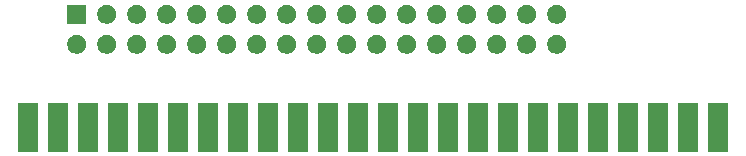
<source format=gts>
G04 #@! TF.GenerationSoftware,KiCad,Pcbnew,5.0.2+dfsg1-1*
G04 #@! TF.CreationDate,2020-11-21T11:39:02+01:00*
G04 #@! TF.ProjectId,KBD_ADAPTER_XE,4b42445f-4144-4415-9054-45525f58452e,1.0*
G04 #@! TF.SameCoordinates,Original*
G04 #@! TF.FileFunction,Soldermask,Top*
G04 #@! TF.FilePolarity,Negative*
%FSLAX46Y46*%
G04 Gerber Fmt 4.6, Leading zero omitted, Abs format (unit mm)*
G04 Created by KiCad (PCBNEW 5.0.2+dfsg1-1) date Sat 21 Nov 2020 11:39:02 AM CET*
%MOMM*%
%LPD*%
G01*
G04 APERTURE LIST*
%ADD10C,0.100000*%
G04 APERTURE END LIST*
D10*
G36*
X174088000Y-111901000D02*
X172462000Y-111901000D01*
X172462000Y-107799000D01*
X174088000Y-107799000D01*
X174088000Y-111901000D01*
X174088000Y-111901000D01*
G37*
G36*
X143608000Y-111901000D02*
X141982000Y-111901000D01*
X141982000Y-107799000D01*
X143608000Y-107799000D01*
X143608000Y-111901000D01*
X143608000Y-111901000D01*
G37*
G36*
X115668000Y-111901000D02*
X114042000Y-111901000D01*
X114042000Y-107799000D01*
X115668000Y-107799000D01*
X115668000Y-111901000D01*
X115668000Y-111901000D01*
G37*
G36*
X118208000Y-111901000D02*
X116582000Y-111901000D01*
X116582000Y-107799000D01*
X118208000Y-107799000D01*
X118208000Y-111901000D01*
X118208000Y-111901000D01*
G37*
G36*
X120748000Y-111901000D02*
X119122000Y-111901000D01*
X119122000Y-107799000D01*
X120748000Y-107799000D01*
X120748000Y-111901000D01*
X120748000Y-111901000D01*
G37*
G36*
X123288000Y-111901000D02*
X121662000Y-111901000D01*
X121662000Y-107799000D01*
X123288000Y-107799000D01*
X123288000Y-111901000D01*
X123288000Y-111901000D01*
G37*
G36*
X125828000Y-111901000D02*
X124202000Y-111901000D01*
X124202000Y-107799000D01*
X125828000Y-107799000D01*
X125828000Y-111901000D01*
X125828000Y-111901000D01*
G37*
G36*
X128368000Y-111901000D02*
X126742000Y-111901000D01*
X126742000Y-107799000D01*
X128368000Y-107799000D01*
X128368000Y-111901000D01*
X128368000Y-111901000D01*
G37*
G36*
X130908000Y-111901000D02*
X129282000Y-111901000D01*
X129282000Y-107799000D01*
X130908000Y-107799000D01*
X130908000Y-111901000D01*
X130908000Y-111901000D01*
G37*
G36*
X133448000Y-111901000D02*
X131822000Y-111901000D01*
X131822000Y-107799000D01*
X133448000Y-107799000D01*
X133448000Y-111901000D01*
X133448000Y-111901000D01*
G37*
G36*
X135988000Y-111901000D02*
X134362000Y-111901000D01*
X134362000Y-107799000D01*
X135988000Y-107799000D01*
X135988000Y-111901000D01*
X135988000Y-111901000D01*
G37*
G36*
X138528000Y-111901000D02*
X136902000Y-111901000D01*
X136902000Y-107799000D01*
X138528000Y-107799000D01*
X138528000Y-111901000D01*
X138528000Y-111901000D01*
G37*
G36*
X141068000Y-111901000D02*
X139442000Y-111901000D01*
X139442000Y-107799000D01*
X141068000Y-107799000D01*
X141068000Y-111901000D01*
X141068000Y-111901000D01*
G37*
G36*
X148688000Y-111901000D02*
X147062000Y-111901000D01*
X147062000Y-107799000D01*
X148688000Y-107799000D01*
X148688000Y-111901000D01*
X148688000Y-111901000D01*
G37*
G36*
X171548000Y-111901000D02*
X169922000Y-111901000D01*
X169922000Y-107799000D01*
X171548000Y-107799000D01*
X171548000Y-111901000D01*
X171548000Y-111901000D01*
G37*
G36*
X169008000Y-111901000D02*
X167382000Y-111901000D01*
X167382000Y-107799000D01*
X169008000Y-107799000D01*
X169008000Y-111901000D01*
X169008000Y-111901000D01*
G37*
G36*
X166468000Y-111901000D02*
X164842000Y-111901000D01*
X164842000Y-107799000D01*
X166468000Y-107799000D01*
X166468000Y-111901000D01*
X166468000Y-111901000D01*
G37*
G36*
X163928000Y-111901000D02*
X162302000Y-111901000D01*
X162302000Y-107799000D01*
X163928000Y-107799000D01*
X163928000Y-111901000D01*
X163928000Y-111901000D01*
G37*
G36*
X161388000Y-111901000D02*
X159762000Y-111901000D01*
X159762000Y-107799000D01*
X161388000Y-107799000D01*
X161388000Y-111901000D01*
X161388000Y-111901000D01*
G37*
G36*
X158848000Y-111901000D02*
X157222000Y-111901000D01*
X157222000Y-107799000D01*
X158848000Y-107799000D01*
X158848000Y-111901000D01*
X158848000Y-111901000D01*
G37*
G36*
X156308000Y-111901000D02*
X154682000Y-111901000D01*
X154682000Y-107799000D01*
X156308000Y-107799000D01*
X156308000Y-111901000D01*
X156308000Y-111901000D01*
G37*
G36*
X153768000Y-111901000D02*
X152142000Y-111901000D01*
X152142000Y-107799000D01*
X153768000Y-107799000D01*
X153768000Y-111901000D01*
X153768000Y-111901000D01*
G37*
G36*
X151228000Y-111901000D02*
X149602000Y-111901000D01*
X149602000Y-107799000D01*
X151228000Y-107799000D01*
X151228000Y-111901000D01*
X151228000Y-111901000D01*
G37*
G36*
X146148000Y-111901000D02*
X144522000Y-111901000D01*
X144522000Y-107799000D01*
X146148000Y-107799000D01*
X146148000Y-111901000D01*
X146148000Y-111901000D01*
G37*
G36*
X119236560Y-102010166D02*
X119384153Y-102071301D01*
X119515213Y-102158873D01*
X119516985Y-102160057D01*
X119629943Y-102273015D01*
X119718700Y-102405849D01*
X119779834Y-102553440D01*
X119811000Y-102710122D01*
X119811000Y-102869878D01*
X119779834Y-103026560D01*
X119718700Y-103174151D01*
X119629943Y-103306985D01*
X119516985Y-103419943D01*
X119516982Y-103419945D01*
X119384153Y-103508699D01*
X119384152Y-103508700D01*
X119384151Y-103508700D01*
X119236560Y-103569834D01*
X119079878Y-103601000D01*
X118920122Y-103601000D01*
X118763440Y-103569834D01*
X118615849Y-103508700D01*
X118615848Y-103508700D01*
X118615847Y-103508699D01*
X118483018Y-103419945D01*
X118483015Y-103419943D01*
X118370057Y-103306985D01*
X118281300Y-103174151D01*
X118220166Y-103026560D01*
X118189000Y-102869878D01*
X118189000Y-102710122D01*
X118220166Y-102553440D01*
X118281300Y-102405849D01*
X118370057Y-102273015D01*
X118483015Y-102160057D01*
X118484787Y-102158873D01*
X118615847Y-102071301D01*
X118763440Y-102010166D01*
X118920122Y-101979000D01*
X119079878Y-101979000D01*
X119236560Y-102010166D01*
X119236560Y-102010166D01*
G37*
G36*
X121776560Y-102010166D02*
X121924153Y-102071301D01*
X122055213Y-102158873D01*
X122056985Y-102160057D01*
X122169943Y-102273015D01*
X122258700Y-102405849D01*
X122319834Y-102553440D01*
X122351000Y-102710122D01*
X122351000Y-102869878D01*
X122319834Y-103026560D01*
X122258700Y-103174151D01*
X122169943Y-103306985D01*
X122056985Y-103419943D01*
X122056982Y-103419945D01*
X121924153Y-103508699D01*
X121924152Y-103508700D01*
X121924151Y-103508700D01*
X121776560Y-103569834D01*
X121619878Y-103601000D01*
X121460122Y-103601000D01*
X121303440Y-103569834D01*
X121155849Y-103508700D01*
X121155848Y-103508700D01*
X121155847Y-103508699D01*
X121023018Y-103419945D01*
X121023015Y-103419943D01*
X120910057Y-103306985D01*
X120821300Y-103174151D01*
X120760166Y-103026560D01*
X120729000Y-102869878D01*
X120729000Y-102710122D01*
X120760166Y-102553440D01*
X120821300Y-102405849D01*
X120910057Y-102273015D01*
X121023015Y-102160057D01*
X121024787Y-102158873D01*
X121155847Y-102071301D01*
X121303440Y-102010166D01*
X121460122Y-101979000D01*
X121619878Y-101979000D01*
X121776560Y-102010166D01*
X121776560Y-102010166D01*
G37*
G36*
X124316560Y-102010166D02*
X124464153Y-102071301D01*
X124595213Y-102158873D01*
X124596985Y-102160057D01*
X124709943Y-102273015D01*
X124798700Y-102405849D01*
X124859834Y-102553440D01*
X124891000Y-102710122D01*
X124891000Y-102869878D01*
X124859834Y-103026560D01*
X124798700Y-103174151D01*
X124709943Y-103306985D01*
X124596985Y-103419943D01*
X124596982Y-103419945D01*
X124464153Y-103508699D01*
X124464152Y-103508700D01*
X124464151Y-103508700D01*
X124316560Y-103569834D01*
X124159878Y-103601000D01*
X124000122Y-103601000D01*
X123843440Y-103569834D01*
X123695849Y-103508700D01*
X123695848Y-103508700D01*
X123695847Y-103508699D01*
X123563018Y-103419945D01*
X123563015Y-103419943D01*
X123450057Y-103306985D01*
X123361300Y-103174151D01*
X123300166Y-103026560D01*
X123269000Y-102869878D01*
X123269000Y-102710122D01*
X123300166Y-102553440D01*
X123361300Y-102405849D01*
X123450057Y-102273015D01*
X123563015Y-102160057D01*
X123564787Y-102158873D01*
X123695847Y-102071301D01*
X123843440Y-102010166D01*
X124000122Y-101979000D01*
X124159878Y-101979000D01*
X124316560Y-102010166D01*
X124316560Y-102010166D01*
G37*
G36*
X126856560Y-102010166D02*
X127004153Y-102071301D01*
X127135213Y-102158873D01*
X127136985Y-102160057D01*
X127249943Y-102273015D01*
X127338700Y-102405849D01*
X127399834Y-102553440D01*
X127431000Y-102710122D01*
X127431000Y-102869878D01*
X127399834Y-103026560D01*
X127338700Y-103174151D01*
X127249943Y-103306985D01*
X127136985Y-103419943D01*
X127136982Y-103419945D01*
X127004153Y-103508699D01*
X127004152Y-103508700D01*
X127004151Y-103508700D01*
X126856560Y-103569834D01*
X126699878Y-103601000D01*
X126540122Y-103601000D01*
X126383440Y-103569834D01*
X126235849Y-103508700D01*
X126235848Y-103508700D01*
X126235847Y-103508699D01*
X126103018Y-103419945D01*
X126103015Y-103419943D01*
X125990057Y-103306985D01*
X125901300Y-103174151D01*
X125840166Y-103026560D01*
X125809000Y-102869878D01*
X125809000Y-102710122D01*
X125840166Y-102553440D01*
X125901300Y-102405849D01*
X125990057Y-102273015D01*
X126103015Y-102160057D01*
X126104787Y-102158873D01*
X126235847Y-102071301D01*
X126383440Y-102010166D01*
X126540122Y-101979000D01*
X126699878Y-101979000D01*
X126856560Y-102010166D01*
X126856560Y-102010166D01*
G37*
G36*
X129396560Y-102010166D02*
X129544153Y-102071301D01*
X129675213Y-102158873D01*
X129676985Y-102160057D01*
X129789943Y-102273015D01*
X129878700Y-102405849D01*
X129939834Y-102553440D01*
X129971000Y-102710122D01*
X129971000Y-102869878D01*
X129939834Y-103026560D01*
X129878700Y-103174151D01*
X129789943Y-103306985D01*
X129676985Y-103419943D01*
X129676982Y-103419945D01*
X129544153Y-103508699D01*
X129544152Y-103508700D01*
X129544151Y-103508700D01*
X129396560Y-103569834D01*
X129239878Y-103601000D01*
X129080122Y-103601000D01*
X128923440Y-103569834D01*
X128775849Y-103508700D01*
X128775848Y-103508700D01*
X128775847Y-103508699D01*
X128643018Y-103419945D01*
X128643015Y-103419943D01*
X128530057Y-103306985D01*
X128441300Y-103174151D01*
X128380166Y-103026560D01*
X128349000Y-102869878D01*
X128349000Y-102710122D01*
X128380166Y-102553440D01*
X128441300Y-102405849D01*
X128530057Y-102273015D01*
X128643015Y-102160057D01*
X128644787Y-102158873D01*
X128775847Y-102071301D01*
X128923440Y-102010166D01*
X129080122Y-101979000D01*
X129239878Y-101979000D01*
X129396560Y-102010166D01*
X129396560Y-102010166D01*
G37*
G36*
X147176560Y-102010166D02*
X147324153Y-102071301D01*
X147455213Y-102158873D01*
X147456985Y-102160057D01*
X147569943Y-102273015D01*
X147658700Y-102405849D01*
X147719834Y-102553440D01*
X147751000Y-102710122D01*
X147751000Y-102869878D01*
X147719834Y-103026560D01*
X147658700Y-103174151D01*
X147569943Y-103306985D01*
X147456985Y-103419943D01*
X147456982Y-103419945D01*
X147324153Y-103508699D01*
X147324152Y-103508700D01*
X147324151Y-103508700D01*
X147176560Y-103569834D01*
X147019878Y-103601000D01*
X146860122Y-103601000D01*
X146703440Y-103569834D01*
X146555849Y-103508700D01*
X146555848Y-103508700D01*
X146555847Y-103508699D01*
X146423018Y-103419945D01*
X146423015Y-103419943D01*
X146310057Y-103306985D01*
X146221300Y-103174151D01*
X146160166Y-103026560D01*
X146129000Y-102869878D01*
X146129000Y-102710122D01*
X146160166Y-102553440D01*
X146221300Y-102405849D01*
X146310057Y-102273015D01*
X146423015Y-102160057D01*
X146424787Y-102158873D01*
X146555847Y-102071301D01*
X146703440Y-102010166D01*
X146860122Y-101979000D01*
X147019878Y-101979000D01*
X147176560Y-102010166D01*
X147176560Y-102010166D01*
G37*
G36*
X131936560Y-102010166D02*
X132084153Y-102071301D01*
X132215213Y-102158873D01*
X132216985Y-102160057D01*
X132329943Y-102273015D01*
X132418700Y-102405849D01*
X132479834Y-102553440D01*
X132511000Y-102710122D01*
X132511000Y-102869878D01*
X132479834Y-103026560D01*
X132418700Y-103174151D01*
X132329943Y-103306985D01*
X132216985Y-103419943D01*
X132216982Y-103419945D01*
X132084153Y-103508699D01*
X132084152Y-103508700D01*
X132084151Y-103508700D01*
X131936560Y-103569834D01*
X131779878Y-103601000D01*
X131620122Y-103601000D01*
X131463440Y-103569834D01*
X131315849Y-103508700D01*
X131315848Y-103508700D01*
X131315847Y-103508699D01*
X131183018Y-103419945D01*
X131183015Y-103419943D01*
X131070057Y-103306985D01*
X130981300Y-103174151D01*
X130920166Y-103026560D01*
X130889000Y-102869878D01*
X130889000Y-102710122D01*
X130920166Y-102553440D01*
X130981300Y-102405849D01*
X131070057Y-102273015D01*
X131183015Y-102160057D01*
X131184787Y-102158873D01*
X131315847Y-102071301D01*
X131463440Y-102010166D01*
X131620122Y-101979000D01*
X131779878Y-101979000D01*
X131936560Y-102010166D01*
X131936560Y-102010166D01*
G37*
G36*
X134476560Y-102010166D02*
X134624153Y-102071301D01*
X134755213Y-102158873D01*
X134756985Y-102160057D01*
X134869943Y-102273015D01*
X134958700Y-102405849D01*
X135019834Y-102553440D01*
X135051000Y-102710122D01*
X135051000Y-102869878D01*
X135019834Y-103026560D01*
X134958700Y-103174151D01*
X134869943Y-103306985D01*
X134756985Y-103419943D01*
X134756982Y-103419945D01*
X134624153Y-103508699D01*
X134624152Y-103508700D01*
X134624151Y-103508700D01*
X134476560Y-103569834D01*
X134319878Y-103601000D01*
X134160122Y-103601000D01*
X134003440Y-103569834D01*
X133855849Y-103508700D01*
X133855848Y-103508700D01*
X133855847Y-103508699D01*
X133723018Y-103419945D01*
X133723015Y-103419943D01*
X133610057Y-103306985D01*
X133521300Y-103174151D01*
X133460166Y-103026560D01*
X133429000Y-102869878D01*
X133429000Y-102710122D01*
X133460166Y-102553440D01*
X133521300Y-102405849D01*
X133610057Y-102273015D01*
X133723015Y-102160057D01*
X133724787Y-102158873D01*
X133855847Y-102071301D01*
X134003440Y-102010166D01*
X134160122Y-101979000D01*
X134319878Y-101979000D01*
X134476560Y-102010166D01*
X134476560Y-102010166D01*
G37*
G36*
X137016560Y-102010166D02*
X137164153Y-102071301D01*
X137295213Y-102158873D01*
X137296985Y-102160057D01*
X137409943Y-102273015D01*
X137498700Y-102405849D01*
X137559834Y-102553440D01*
X137591000Y-102710122D01*
X137591000Y-102869878D01*
X137559834Y-103026560D01*
X137498700Y-103174151D01*
X137409943Y-103306985D01*
X137296985Y-103419943D01*
X137296982Y-103419945D01*
X137164153Y-103508699D01*
X137164152Y-103508700D01*
X137164151Y-103508700D01*
X137016560Y-103569834D01*
X136859878Y-103601000D01*
X136700122Y-103601000D01*
X136543440Y-103569834D01*
X136395849Y-103508700D01*
X136395848Y-103508700D01*
X136395847Y-103508699D01*
X136263018Y-103419945D01*
X136263015Y-103419943D01*
X136150057Y-103306985D01*
X136061300Y-103174151D01*
X136000166Y-103026560D01*
X135969000Y-102869878D01*
X135969000Y-102710122D01*
X136000166Y-102553440D01*
X136061300Y-102405849D01*
X136150057Y-102273015D01*
X136263015Y-102160057D01*
X136264787Y-102158873D01*
X136395847Y-102071301D01*
X136543440Y-102010166D01*
X136700122Y-101979000D01*
X136859878Y-101979000D01*
X137016560Y-102010166D01*
X137016560Y-102010166D01*
G37*
G36*
X142096560Y-102010166D02*
X142244153Y-102071301D01*
X142375213Y-102158873D01*
X142376985Y-102160057D01*
X142489943Y-102273015D01*
X142578700Y-102405849D01*
X142639834Y-102553440D01*
X142671000Y-102710122D01*
X142671000Y-102869878D01*
X142639834Y-103026560D01*
X142578700Y-103174151D01*
X142489943Y-103306985D01*
X142376985Y-103419943D01*
X142376982Y-103419945D01*
X142244153Y-103508699D01*
X142244152Y-103508700D01*
X142244151Y-103508700D01*
X142096560Y-103569834D01*
X141939878Y-103601000D01*
X141780122Y-103601000D01*
X141623440Y-103569834D01*
X141475849Y-103508700D01*
X141475848Y-103508700D01*
X141475847Y-103508699D01*
X141343018Y-103419945D01*
X141343015Y-103419943D01*
X141230057Y-103306985D01*
X141141300Y-103174151D01*
X141080166Y-103026560D01*
X141049000Y-102869878D01*
X141049000Y-102710122D01*
X141080166Y-102553440D01*
X141141300Y-102405849D01*
X141230057Y-102273015D01*
X141343015Y-102160057D01*
X141344787Y-102158873D01*
X141475847Y-102071301D01*
X141623440Y-102010166D01*
X141780122Y-101979000D01*
X141939878Y-101979000D01*
X142096560Y-102010166D01*
X142096560Y-102010166D01*
G37*
G36*
X144636560Y-102010166D02*
X144784153Y-102071301D01*
X144915213Y-102158873D01*
X144916985Y-102160057D01*
X145029943Y-102273015D01*
X145118700Y-102405849D01*
X145179834Y-102553440D01*
X145211000Y-102710122D01*
X145211000Y-102869878D01*
X145179834Y-103026560D01*
X145118700Y-103174151D01*
X145029943Y-103306985D01*
X144916985Y-103419943D01*
X144916982Y-103419945D01*
X144784153Y-103508699D01*
X144784152Y-103508700D01*
X144784151Y-103508700D01*
X144636560Y-103569834D01*
X144479878Y-103601000D01*
X144320122Y-103601000D01*
X144163440Y-103569834D01*
X144015849Y-103508700D01*
X144015848Y-103508700D01*
X144015847Y-103508699D01*
X143883018Y-103419945D01*
X143883015Y-103419943D01*
X143770057Y-103306985D01*
X143681300Y-103174151D01*
X143620166Y-103026560D01*
X143589000Y-102869878D01*
X143589000Y-102710122D01*
X143620166Y-102553440D01*
X143681300Y-102405849D01*
X143770057Y-102273015D01*
X143883015Y-102160057D01*
X143884787Y-102158873D01*
X144015847Y-102071301D01*
X144163440Y-102010166D01*
X144320122Y-101979000D01*
X144479878Y-101979000D01*
X144636560Y-102010166D01*
X144636560Y-102010166D01*
G37*
G36*
X149716560Y-102010166D02*
X149864153Y-102071301D01*
X149995213Y-102158873D01*
X149996985Y-102160057D01*
X150109943Y-102273015D01*
X150198700Y-102405849D01*
X150259834Y-102553440D01*
X150291000Y-102710122D01*
X150291000Y-102869878D01*
X150259834Y-103026560D01*
X150198700Y-103174151D01*
X150109943Y-103306985D01*
X149996985Y-103419943D01*
X149996982Y-103419945D01*
X149864153Y-103508699D01*
X149864152Y-103508700D01*
X149864151Y-103508700D01*
X149716560Y-103569834D01*
X149559878Y-103601000D01*
X149400122Y-103601000D01*
X149243440Y-103569834D01*
X149095849Y-103508700D01*
X149095848Y-103508700D01*
X149095847Y-103508699D01*
X148963018Y-103419945D01*
X148963015Y-103419943D01*
X148850057Y-103306985D01*
X148761300Y-103174151D01*
X148700166Y-103026560D01*
X148669000Y-102869878D01*
X148669000Y-102710122D01*
X148700166Y-102553440D01*
X148761300Y-102405849D01*
X148850057Y-102273015D01*
X148963015Y-102160057D01*
X148964787Y-102158873D01*
X149095847Y-102071301D01*
X149243440Y-102010166D01*
X149400122Y-101979000D01*
X149559878Y-101979000D01*
X149716560Y-102010166D01*
X149716560Y-102010166D01*
G37*
G36*
X152256560Y-102010166D02*
X152404153Y-102071301D01*
X152535213Y-102158873D01*
X152536985Y-102160057D01*
X152649943Y-102273015D01*
X152738700Y-102405849D01*
X152799834Y-102553440D01*
X152831000Y-102710122D01*
X152831000Y-102869878D01*
X152799834Y-103026560D01*
X152738700Y-103174151D01*
X152649943Y-103306985D01*
X152536985Y-103419943D01*
X152536982Y-103419945D01*
X152404153Y-103508699D01*
X152404152Y-103508700D01*
X152404151Y-103508700D01*
X152256560Y-103569834D01*
X152099878Y-103601000D01*
X151940122Y-103601000D01*
X151783440Y-103569834D01*
X151635849Y-103508700D01*
X151635848Y-103508700D01*
X151635847Y-103508699D01*
X151503018Y-103419945D01*
X151503015Y-103419943D01*
X151390057Y-103306985D01*
X151301300Y-103174151D01*
X151240166Y-103026560D01*
X151209000Y-102869878D01*
X151209000Y-102710122D01*
X151240166Y-102553440D01*
X151301300Y-102405849D01*
X151390057Y-102273015D01*
X151503015Y-102160057D01*
X151504787Y-102158873D01*
X151635847Y-102071301D01*
X151783440Y-102010166D01*
X151940122Y-101979000D01*
X152099878Y-101979000D01*
X152256560Y-102010166D01*
X152256560Y-102010166D01*
G37*
G36*
X154796560Y-102010166D02*
X154944153Y-102071301D01*
X155075213Y-102158873D01*
X155076985Y-102160057D01*
X155189943Y-102273015D01*
X155278700Y-102405849D01*
X155339834Y-102553440D01*
X155371000Y-102710122D01*
X155371000Y-102869878D01*
X155339834Y-103026560D01*
X155278700Y-103174151D01*
X155189943Y-103306985D01*
X155076985Y-103419943D01*
X155076982Y-103419945D01*
X154944153Y-103508699D01*
X154944152Y-103508700D01*
X154944151Y-103508700D01*
X154796560Y-103569834D01*
X154639878Y-103601000D01*
X154480122Y-103601000D01*
X154323440Y-103569834D01*
X154175849Y-103508700D01*
X154175848Y-103508700D01*
X154175847Y-103508699D01*
X154043018Y-103419945D01*
X154043015Y-103419943D01*
X153930057Y-103306985D01*
X153841300Y-103174151D01*
X153780166Y-103026560D01*
X153749000Y-102869878D01*
X153749000Y-102710122D01*
X153780166Y-102553440D01*
X153841300Y-102405849D01*
X153930057Y-102273015D01*
X154043015Y-102160057D01*
X154044787Y-102158873D01*
X154175847Y-102071301D01*
X154323440Y-102010166D01*
X154480122Y-101979000D01*
X154639878Y-101979000D01*
X154796560Y-102010166D01*
X154796560Y-102010166D01*
G37*
G36*
X159876560Y-102010166D02*
X160024153Y-102071301D01*
X160155213Y-102158873D01*
X160156985Y-102160057D01*
X160269943Y-102273015D01*
X160358700Y-102405849D01*
X160419834Y-102553440D01*
X160451000Y-102710122D01*
X160451000Y-102869878D01*
X160419834Y-103026560D01*
X160358700Y-103174151D01*
X160269943Y-103306985D01*
X160156985Y-103419943D01*
X160156982Y-103419945D01*
X160024153Y-103508699D01*
X160024152Y-103508700D01*
X160024151Y-103508700D01*
X159876560Y-103569834D01*
X159719878Y-103601000D01*
X159560122Y-103601000D01*
X159403440Y-103569834D01*
X159255849Y-103508700D01*
X159255848Y-103508700D01*
X159255847Y-103508699D01*
X159123018Y-103419945D01*
X159123015Y-103419943D01*
X159010057Y-103306985D01*
X158921300Y-103174151D01*
X158860166Y-103026560D01*
X158829000Y-102869878D01*
X158829000Y-102710122D01*
X158860166Y-102553440D01*
X158921300Y-102405849D01*
X159010057Y-102273015D01*
X159123015Y-102160057D01*
X159124787Y-102158873D01*
X159255847Y-102071301D01*
X159403440Y-102010166D01*
X159560122Y-101979000D01*
X159719878Y-101979000D01*
X159876560Y-102010166D01*
X159876560Y-102010166D01*
G37*
G36*
X157336560Y-102010166D02*
X157484153Y-102071301D01*
X157615213Y-102158873D01*
X157616985Y-102160057D01*
X157729943Y-102273015D01*
X157818700Y-102405849D01*
X157879834Y-102553440D01*
X157911000Y-102710122D01*
X157911000Y-102869878D01*
X157879834Y-103026560D01*
X157818700Y-103174151D01*
X157729943Y-103306985D01*
X157616985Y-103419943D01*
X157616982Y-103419945D01*
X157484153Y-103508699D01*
X157484152Y-103508700D01*
X157484151Y-103508700D01*
X157336560Y-103569834D01*
X157179878Y-103601000D01*
X157020122Y-103601000D01*
X156863440Y-103569834D01*
X156715849Y-103508700D01*
X156715848Y-103508700D01*
X156715847Y-103508699D01*
X156583018Y-103419945D01*
X156583015Y-103419943D01*
X156470057Y-103306985D01*
X156381300Y-103174151D01*
X156320166Y-103026560D01*
X156289000Y-102869878D01*
X156289000Y-102710122D01*
X156320166Y-102553440D01*
X156381300Y-102405849D01*
X156470057Y-102273015D01*
X156583015Y-102160057D01*
X156584787Y-102158873D01*
X156715847Y-102071301D01*
X156863440Y-102010166D01*
X157020122Y-101979000D01*
X157179878Y-101979000D01*
X157336560Y-102010166D01*
X157336560Y-102010166D01*
G37*
G36*
X139556560Y-102010166D02*
X139704153Y-102071301D01*
X139835213Y-102158873D01*
X139836985Y-102160057D01*
X139949943Y-102273015D01*
X140038700Y-102405849D01*
X140099834Y-102553440D01*
X140131000Y-102710122D01*
X140131000Y-102869878D01*
X140099834Y-103026560D01*
X140038700Y-103174151D01*
X139949943Y-103306985D01*
X139836985Y-103419943D01*
X139836982Y-103419945D01*
X139704153Y-103508699D01*
X139704152Y-103508700D01*
X139704151Y-103508700D01*
X139556560Y-103569834D01*
X139399878Y-103601000D01*
X139240122Y-103601000D01*
X139083440Y-103569834D01*
X138935849Y-103508700D01*
X138935848Y-103508700D01*
X138935847Y-103508699D01*
X138803018Y-103419945D01*
X138803015Y-103419943D01*
X138690057Y-103306985D01*
X138601300Y-103174151D01*
X138540166Y-103026560D01*
X138509000Y-102869878D01*
X138509000Y-102710122D01*
X138540166Y-102553440D01*
X138601300Y-102405849D01*
X138690057Y-102273015D01*
X138803015Y-102160057D01*
X138804787Y-102158873D01*
X138935847Y-102071301D01*
X139083440Y-102010166D01*
X139240122Y-101979000D01*
X139399878Y-101979000D01*
X139556560Y-102010166D01*
X139556560Y-102010166D01*
G37*
G36*
X119811000Y-101061000D02*
X118189000Y-101061000D01*
X118189000Y-99439000D01*
X119811000Y-99439000D01*
X119811000Y-101061000D01*
X119811000Y-101061000D01*
G37*
G36*
X159876560Y-99470166D02*
X160024153Y-99531301D01*
X160155213Y-99618873D01*
X160156985Y-99620057D01*
X160269943Y-99733015D01*
X160358700Y-99865849D01*
X160419834Y-100013440D01*
X160451000Y-100170122D01*
X160451000Y-100329878D01*
X160419834Y-100486560D01*
X160358700Y-100634151D01*
X160269943Y-100766985D01*
X160156985Y-100879943D01*
X160156982Y-100879945D01*
X160024153Y-100968699D01*
X160024152Y-100968700D01*
X160024151Y-100968700D01*
X159876560Y-101029834D01*
X159719878Y-101061000D01*
X159560122Y-101061000D01*
X159403440Y-101029834D01*
X159255849Y-100968700D01*
X159255848Y-100968700D01*
X159255847Y-100968699D01*
X159123018Y-100879945D01*
X159123015Y-100879943D01*
X159010057Y-100766985D01*
X158921300Y-100634151D01*
X158860166Y-100486560D01*
X158829000Y-100329878D01*
X158829000Y-100170122D01*
X158860166Y-100013440D01*
X158921300Y-99865849D01*
X159010057Y-99733015D01*
X159123015Y-99620057D01*
X159124787Y-99618873D01*
X159255847Y-99531301D01*
X159403440Y-99470166D01*
X159560122Y-99439000D01*
X159719878Y-99439000D01*
X159876560Y-99470166D01*
X159876560Y-99470166D01*
G37*
G36*
X121776560Y-99470166D02*
X121924153Y-99531301D01*
X122055213Y-99618873D01*
X122056985Y-99620057D01*
X122169943Y-99733015D01*
X122258700Y-99865849D01*
X122319834Y-100013440D01*
X122351000Y-100170122D01*
X122351000Y-100329878D01*
X122319834Y-100486560D01*
X122258700Y-100634151D01*
X122169943Y-100766985D01*
X122056985Y-100879943D01*
X122056982Y-100879945D01*
X121924153Y-100968699D01*
X121924152Y-100968700D01*
X121924151Y-100968700D01*
X121776560Y-101029834D01*
X121619878Y-101061000D01*
X121460122Y-101061000D01*
X121303440Y-101029834D01*
X121155849Y-100968700D01*
X121155848Y-100968700D01*
X121155847Y-100968699D01*
X121023018Y-100879945D01*
X121023015Y-100879943D01*
X120910057Y-100766985D01*
X120821300Y-100634151D01*
X120760166Y-100486560D01*
X120729000Y-100329878D01*
X120729000Y-100170122D01*
X120760166Y-100013440D01*
X120821300Y-99865849D01*
X120910057Y-99733015D01*
X121023015Y-99620057D01*
X121024787Y-99618873D01*
X121155847Y-99531301D01*
X121303440Y-99470166D01*
X121460122Y-99439000D01*
X121619878Y-99439000D01*
X121776560Y-99470166D01*
X121776560Y-99470166D01*
G37*
G36*
X157336560Y-99470166D02*
X157484153Y-99531301D01*
X157615213Y-99618873D01*
X157616985Y-99620057D01*
X157729943Y-99733015D01*
X157818700Y-99865849D01*
X157879834Y-100013440D01*
X157911000Y-100170122D01*
X157911000Y-100329878D01*
X157879834Y-100486560D01*
X157818700Y-100634151D01*
X157729943Y-100766985D01*
X157616985Y-100879943D01*
X157616982Y-100879945D01*
X157484153Y-100968699D01*
X157484152Y-100968700D01*
X157484151Y-100968700D01*
X157336560Y-101029834D01*
X157179878Y-101061000D01*
X157020122Y-101061000D01*
X156863440Y-101029834D01*
X156715849Y-100968700D01*
X156715848Y-100968700D01*
X156715847Y-100968699D01*
X156583018Y-100879945D01*
X156583015Y-100879943D01*
X156470057Y-100766985D01*
X156381300Y-100634151D01*
X156320166Y-100486560D01*
X156289000Y-100329878D01*
X156289000Y-100170122D01*
X156320166Y-100013440D01*
X156381300Y-99865849D01*
X156470057Y-99733015D01*
X156583015Y-99620057D01*
X156584787Y-99618873D01*
X156715847Y-99531301D01*
X156863440Y-99470166D01*
X157020122Y-99439000D01*
X157179878Y-99439000D01*
X157336560Y-99470166D01*
X157336560Y-99470166D01*
G37*
G36*
X124316560Y-99470166D02*
X124464153Y-99531301D01*
X124595213Y-99618873D01*
X124596985Y-99620057D01*
X124709943Y-99733015D01*
X124798700Y-99865849D01*
X124859834Y-100013440D01*
X124891000Y-100170122D01*
X124891000Y-100329878D01*
X124859834Y-100486560D01*
X124798700Y-100634151D01*
X124709943Y-100766985D01*
X124596985Y-100879943D01*
X124596982Y-100879945D01*
X124464153Y-100968699D01*
X124464152Y-100968700D01*
X124464151Y-100968700D01*
X124316560Y-101029834D01*
X124159878Y-101061000D01*
X124000122Y-101061000D01*
X123843440Y-101029834D01*
X123695849Y-100968700D01*
X123695848Y-100968700D01*
X123695847Y-100968699D01*
X123563018Y-100879945D01*
X123563015Y-100879943D01*
X123450057Y-100766985D01*
X123361300Y-100634151D01*
X123300166Y-100486560D01*
X123269000Y-100329878D01*
X123269000Y-100170122D01*
X123300166Y-100013440D01*
X123361300Y-99865849D01*
X123450057Y-99733015D01*
X123563015Y-99620057D01*
X123564787Y-99618873D01*
X123695847Y-99531301D01*
X123843440Y-99470166D01*
X124000122Y-99439000D01*
X124159878Y-99439000D01*
X124316560Y-99470166D01*
X124316560Y-99470166D01*
G37*
G36*
X154796560Y-99470166D02*
X154944153Y-99531301D01*
X155075213Y-99618873D01*
X155076985Y-99620057D01*
X155189943Y-99733015D01*
X155278700Y-99865849D01*
X155339834Y-100013440D01*
X155371000Y-100170122D01*
X155371000Y-100329878D01*
X155339834Y-100486560D01*
X155278700Y-100634151D01*
X155189943Y-100766985D01*
X155076985Y-100879943D01*
X155076982Y-100879945D01*
X154944153Y-100968699D01*
X154944152Y-100968700D01*
X154944151Y-100968700D01*
X154796560Y-101029834D01*
X154639878Y-101061000D01*
X154480122Y-101061000D01*
X154323440Y-101029834D01*
X154175849Y-100968700D01*
X154175848Y-100968700D01*
X154175847Y-100968699D01*
X154043018Y-100879945D01*
X154043015Y-100879943D01*
X153930057Y-100766985D01*
X153841300Y-100634151D01*
X153780166Y-100486560D01*
X153749000Y-100329878D01*
X153749000Y-100170122D01*
X153780166Y-100013440D01*
X153841300Y-99865849D01*
X153930057Y-99733015D01*
X154043015Y-99620057D01*
X154044787Y-99618873D01*
X154175847Y-99531301D01*
X154323440Y-99470166D01*
X154480122Y-99439000D01*
X154639878Y-99439000D01*
X154796560Y-99470166D01*
X154796560Y-99470166D01*
G37*
G36*
X126856560Y-99470166D02*
X127004153Y-99531301D01*
X127135213Y-99618873D01*
X127136985Y-99620057D01*
X127249943Y-99733015D01*
X127338700Y-99865849D01*
X127399834Y-100013440D01*
X127431000Y-100170122D01*
X127431000Y-100329878D01*
X127399834Y-100486560D01*
X127338700Y-100634151D01*
X127249943Y-100766985D01*
X127136985Y-100879943D01*
X127136982Y-100879945D01*
X127004153Y-100968699D01*
X127004152Y-100968700D01*
X127004151Y-100968700D01*
X126856560Y-101029834D01*
X126699878Y-101061000D01*
X126540122Y-101061000D01*
X126383440Y-101029834D01*
X126235849Y-100968700D01*
X126235848Y-100968700D01*
X126235847Y-100968699D01*
X126103018Y-100879945D01*
X126103015Y-100879943D01*
X125990057Y-100766985D01*
X125901300Y-100634151D01*
X125840166Y-100486560D01*
X125809000Y-100329878D01*
X125809000Y-100170122D01*
X125840166Y-100013440D01*
X125901300Y-99865849D01*
X125990057Y-99733015D01*
X126103015Y-99620057D01*
X126104787Y-99618873D01*
X126235847Y-99531301D01*
X126383440Y-99470166D01*
X126540122Y-99439000D01*
X126699878Y-99439000D01*
X126856560Y-99470166D01*
X126856560Y-99470166D01*
G37*
G36*
X139556560Y-99470166D02*
X139704153Y-99531301D01*
X139835213Y-99618873D01*
X139836985Y-99620057D01*
X139949943Y-99733015D01*
X140038700Y-99865849D01*
X140099834Y-100013440D01*
X140131000Y-100170122D01*
X140131000Y-100329878D01*
X140099834Y-100486560D01*
X140038700Y-100634151D01*
X139949943Y-100766985D01*
X139836985Y-100879943D01*
X139836982Y-100879945D01*
X139704153Y-100968699D01*
X139704152Y-100968700D01*
X139704151Y-100968700D01*
X139556560Y-101029834D01*
X139399878Y-101061000D01*
X139240122Y-101061000D01*
X139083440Y-101029834D01*
X138935849Y-100968700D01*
X138935848Y-100968700D01*
X138935847Y-100968699D01*
X138803018Y-100879945D01*
X138803015Y-100879943D01*
X138690057Y-100766985D01*
X138601300Y-100634151D01*
X138540166Y-100486560D01*
X138509000Y-100329878D01*
X138509000Y-100170122D01*
X138540166Y-100013440D01*
X138601300Y-99865849D01*
X138690057Y-99733015D01*
X138803015Y-99620057D01*
X138804787Y-99618873D01*
X138935847Y-99531301D01*
X139083440Y-99470166D01*
X139240122Y-99439000D01*
X139399878Y-99439000D01*
X139556560Y-99470166D01*
X139556560Y-99470166D01*
G37*
G36*
X129396560Y-99470166D02*
X129544153Y-99531301D01*
X129675213Y-99618873D01*
X129676985Y-99620057D01*
X129789943Y-99733015D01*
X129878700Y-99865849D01*
X129939834Y-100013440D01*
X129971000Y-100170122D01*
X129971000Y-100329878D01*
X129939834Y-100486560D01*
X129878700Y-100634151D01*
X129789943Y-100766985D01*
X129676985Y-100879943D01*
X129676982Y-100879945D01*
X129544153Y-100968699D01*
X129544152Y-100968700D01*
X129544151Y-100968700D01*
X129396560Y-101029834D01*
X129239878Y-101061000D01*
X129080122Y-101061000D01*
X128923440Y-101029834D01*
X128775849Y-100968700D01*
X128775848Y-100968700D01*
X128775847Y-100968699D01*
X128643018Y-100879945D01*
X128643015Y-100879943D01*
X128530057Y-100766985D01*
X128441300Y-100634151D01*
X128380166Y-100486560D01*
X128349000Y-100329878D01*
X128349000Y-100170122D01*
X128380166Y-100013440D01*
X128441300Y-99865849D01*
X128530057Y-99733015D01*
X128643015Y-99620057D01*
X128644787Y-99618873D01*
X128775847Y-99531301D01*
X128923440Y-99470166D01*
X129080122Y-99439000D01*
X129239878Y-99439000D01*
X129396560Y-99470166D01*
X129396560Y-99470166D01*
G37*
G36*
X149716560Y-99470166D02*
X149864153Y-99531301D01*
X149995213Y-99618873D01*
X149996985Y-99620057D01*
X150109943Y-99733015D01*
X150198700Y-99865849D01*
X150259834Y-100013440D01*
X150291000Y-100170122D01*
X150291000Y-100329878D01*
X150259834Y-100486560D01*
X150198700Y-100634151D01*
X150109943Y-100766985D01*
X149996985Y-100879943D01*
X149996982Y-100879945D01*
X149864153Y-100968699D01*
X149864152Y-100968700D01*
X149864151Y-100968700D01*
X149716560Y-101029834D01*
X149559878Y-101061000D01*
X149400122Y-101061000D01*
X149243440Y-101029834D01*
X149095849Y-100968700D01*
X149095848Y-100968700D01*
X149095847Y-100968699D01*
X148963018Y-100879945D01*
X148963015Y-100879943D01*
X148850057Y-100766985D01*
X148761300Y-100634151D01*
X148700166Y-100486560D01*
X148669000Y-100329878D01*
X148669000Y-100170122D01*
X148700166Y-100013440D01*
X148761300Y-99865849D01*
X148850057Y-99733015D01*
X148963015Y-99620057D01*
X148964787Y-99618873D01*
X149095847Y-99531301D01*
X149243440Y-99470166D01*
X149400122Y-99439000D01*
X149559878Y-99439000D01*
X149716560Y-99470166D01*
X149716560Y-99470166D01*
G37*
G36*
X131936560Y-99470166D02*
X132084153Y-99531301D01*
X132215213Y-99618873D01*
X132216985Y-99620057D01*
X132329943Y-99733015D01*
X132418700Y-99865849D01*
X132479834Y-100013440D01*
X132511000Y-100170122D01*
X132511000Y-100329878D01*
X132479834Y-100486560D01*
X132418700Y-100634151D01*
X132329943Y-100766985D01*
X132216985Y-100879943D01*
X132216982Y-100879945D01*
X132084153Y-100968699D01*
X132084152Y-100968700D01*
X132084151Y-100968700D01*
X131936560Y-101029834D01*
X131779878Y-101061000D01*
X131620122Y-101061000D01*
X131463440Y-101029834D01*
X131315849Y-100968700D01*
X131315848Y-100968700D01*
X131315847Y-100968699D01*
X131183018Y-100879945D01*
X131183015Y-100879943D01*
X131070057Y-100766985D01*
X130981300Y-100634151D01*
X130920166Y-100486560D01*
X130889000Y-100329878D01*
X130889000Y-100170122D01*
X130920166Y-100013440D01*
X130981300Y-99865849D01*
X131070057Y-99733015D01*
X131183015Y-99620057D01*
X131184787Y-99618873D01*
X131315847Y-99531301D01*
X131463440Y-99470166D01*
X131620122Y-99439000D01*
X131779878Y-99439000D01*
X131936560Y-99470166D01*
X131936560Y-99470166D01*
G37*
G36*
X147176560Y-99470166D02*
X147324153Y-99531301D01*
X147455213Y-99618873D01*
X147456985Y-99620057D01*
X147569943Y-99733015D01*
X147658700Y-99865849D01*
X147719834Y-100013440D01*
X147751000Y-100170122D01*
X147751000Y-100329878D01*
X147719834Y-100486560D01*
X147658700Y-100634151D01*
X147569943Y-100766985D01*
X147456985Y-100879943D01*
X147456982Y-100879945D01*
X147324153Y-100968699D01*
X147324152Y-100968700D01*
X147324151Y-100968700D01*
X147176560Y-101029834D01*
X147019878Y-101061000D01*
X146860122Y-101061000D01*
X146703440Y-101029834D01*
X146555849Y-100968700D01*
X146555848Y-100968700D01*
X146555847Y-100968699D01*
X146423018Y-100879945D01*
X146423015Y-100879943D01*
X146310057Y-100766985D01*
X146221300Y-100634151D01*
X146160166Y-100486560D01*
X146129000Y-100329878D01*
X146129000Y-100170122D01*
X146160166Y-100013440D01*
X146221300Y-99865849D01*
X146310057Y-99733015D01*
X146423015Y-99620057D01*
X146424787Y-99618873D01*
X146555847Y-99531301D01*
X146703440Y-99470166D01*
X146860122Y-99439000D01*
X147019878Y-99439000D01*
X147176560Y-99470166D01*
X147176560Y-99470166D01*
G37*
G36*
X134476560Y-99470166D02*
X134624153Y-99531301D01*
X134755213Y-99618873D01*
X134756985Y-99620057D01*
X134869943Y-99733015D01*
X134958700Y-99865849D01*
X135019834Y-100013440D01*
X135051000Y-100170122D01*
X135051000Y-100329878D01*
X135019834Y-100486560D01*
X134958700Y-100634151D01*
X134869943Y-100766985D01*
X134756985Y-100879943D01*
X134756982Y-100879945D01*
X134624153Y-100968699D01*
X134624152Y-100968700D01*
X134624151Y-100968700D01*
X134476560Y-101029834D01*
X134319878Y-101061000D01*
X134160122Y-101061000D01*
X134003440Y-101029834D01*
X133855849Y-100968700D01*
X133855848Y-100968700D01*
X133855847Y-100968699D01*
X133723018Y-100879945D01*
X133723015Y-100879943D01*
X133610057Y-100766985D01*
X133521300Y-100634151D01*
X133460166Y-100486560D01*
X133429000Y-100329878D01*
X133429000Y-100170122D01*
X133460166Y-100013440D01*
X133521300Y-99865849D01*
X133610057Y-99733015D01*
X133723015Y-99620057D01*
X133724787Y-99618873D01*
X133855847Y-99531301D01*
X134003440Y-99470166D01*
X134160122Y-99439000D01*
X134319878Y-99439000D01*
X134476560Y-99470166D01*
X134476560Y-99470166D01*
G37*
G36*
X144636560Y-99470166D02*
X144784153Y-99531301D01*
X144915213Y-99618873D01*
X144916985Y-99620057D01*
X145029943Y-99733015D01*
X145118700Y-99865849D01*
X145179834Y-100013440D01*
X145211000Y-100170122D01*
X145211000Y-100329878D01*
X145179834Y-100486560D01*
X145118700Y-100634151D01*
X145029943Y-100766985D01*
X144916985Y-100879943D01*
X144916982Y-100879945D01*
X144784153Y-100968699D01*
X144784152Y-100968700D01*
X144784151Y-100968700D01*
X144636560Y-101029834D01*
X144479878Y-101061000D01*
X144320122Y-101061000D01*
X144163440Y-101029834D01*
X144015849Y-100968700D01*
X144015848Y-100968700D01*
X144015847Y-100968699D01*
X143883018Y-100879945D01*
X143883015Y-100879943D01*
X143770057Y-100766985D01*
X143681300Y-100634151D01*
X143620166Y-100486560D01*
X143589000Y-100329878D01*
X143589000Y-100170122D01*
X143620166Y-100013440D01*
X143681300Y-99865849D01*
X143770057Y-99733015D01*
X143883015Y-99620057D01*
X143884787Y-99618873D01*
X144015847Y-99531301D01*
X144163440Y-99470166D01*
X144320122Y-99439000D01*
X144479878Y-99439000D01*
X144636560Y-99470166D01*
X144636560Y-99470166D01*
G37*
G36*
X137016560Y-99470166D02*
X137164153Y-99531301D01*
X137295213Y-99618873D01*
X137296985Y-99620057D01*
X137409943Y-99733015D01*
X137498700Y-99865849D01*
X137559834Y-100013440D01*
X137591000Y-100170122D01*
X137591000Y-100329878D01*
X137559834Y-100486560D01*
X137498700Y-100634151D01*
X137409943Y-100766985D01*
X137296985Y-100879943D01*
X137296982Y-100879945D01*
X137164153Y-100968699D01*
X137164152Y-100968700D01*
X137164151Y-100968700D01*
X137016560Y-101029834D01*
X136859878Y-101061000D01*
X136700122Y-101061000D01*
X136543440Y-101029834D01*
X136395849Y-100968700D01*
X136395848Y-100968700D01*
X136395847Y-100968699D01*
X136263018Y-100879945D01*
X136263015Y-100879943D01*
X136150057Y-100766985D01*
X136061300Y-100634151D01*
X136000166Y-100486560D01*
X135969000Y-100329878D01*
X135969000Y-100170122D01*
X136000166Y-100013440D01*
X136061300Y-99865849D01*
X136150057Y-99733015D01*
X136263015Y-99620057D01*
X136264787Y-99618873D01*
X136395847Y-99531301D01*
X136543440Y-99470166D01*
X136700122Y-99439000D01*
X136859878Y-99439000D01*
X137016560Y-99470166D01*
X137016560Y-99470166D01*
G37*
G36*
X142096560Y-99470166D02*
X142244153Y-99531301D01*
X142375213Y-99618873D01*
X142376985Y-99620057D01*
X142489943Y-99733015D01*
X142578700Y-99865849D01*
X142639834Y-100013440D01*
X142671000Y-100170122D01*
X142671000Y-100329878D01*
X142639834Y-100486560D01*
X142578700Y-100634151D01*
X142489943Y-100766985D01*
X142376985Y-100879943D01*
X142376982Y-100879945D01*
X142244153Y-100968699D01*
X142244152Y-100968700D01*
X142244151Y-100968700D01*
X142096560Y-101029834D01*
X141939878Y-101061000D01*
X141780122Y-101061000D01*
X141623440Y-101029834D01*
X141475849Y-100968700D01*
X141475848Y-100968700D01*
X141475847Y-100968699D01*
X141343018Y-100879945D01*
X141343015Y-100879943D01*
X141230057Y-100766985D01*
X141141300Y-100634151D01*
X141080166Y-100486560D01*
X141049000Y-100329878D01*
X141049000Y-100170122D01*
X141080166Y-100013440D01*
X141141300Y-99865849D01*
X141230057Y-99733015D01*
X141343015Y-99620057D01*
X141344787Y-99618873D01*
X141475847Y-99531301D01*
X141623440Y-99470166D01*
X141780122Y-99439000D01*
X141939878Y-99439000D01*
X142096560Y-99470166D01*
X142096560Y-99470166D01*
G37*
G36*
X152256560Y-99470166D02*
X152404153Y-99531301D01*
X152535213Y-99618873D01*
X152536985Y-99620057D01*
X152649943Y-99733015D01*
X152738700Y-99865849D01*
X152799834Y-100013440D01*
X152831000Y-100170122D01*
X152831000Y-100329878D01*
X152799834Y-100486560D01*
X152738700Y-100634151D01*
X152649943Y-100766985D01*
X152536985Y-100879943D01*
X152536982Y-100879945D01*
X152404153Y-100968699D01*
X152404152Y-100968700D01*
X152404151Y-100968700D01*
X152256560Y-101029834D01*
X152099878Y-101061000D01*
X151940122Y-101061000D01*
X151783440Y-101029834D01*
X151635849Y-100968700D01*
X151635848Y-100968700D01*
X151635847Y-100968699D01*
X151503018Y-100879945D01*
X151503015Y-100879943D01*
X151390057Y-100766985D01*
X151301300Y-100634151D01*
X151240166Y-100486560D01*
X151209000Y-100329878D01*
X151209000Y-100170122D01*
X151240166Y-100013440D01*
X151301300Y-99865849D01*
X151390057Y-99733015D01*
X151503015Y-99620057D01*
X151504787Y-99618873D01*
X151635847Y-99531301D01*
X151783440Y-99470166D01*
X151940122Y-99439000D01*
X152099878Y-99439000D01*
X152256560Y-99470166D01*
X152256560Y-99470166D01*
G37*
M02*

</source>
